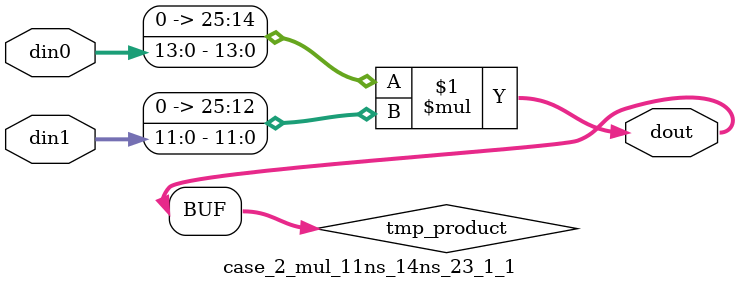
<source format=v>

`timescale 1 ns / 1 ps

 (* use_dsp = "no" *)  module case_2_mul_11ns_14ns_23_1_1(din0, din1, dout);
parameter ID = 1;
parameter NUM_STAGE = 0;
parameter din0_WIDTH = 14;
parameter din1_WIDTH = 12;
parameter dout_WIDTH = 26;

input [din0_WIDTH - 1 : 0] din0; 
input [din1_WIDTH - 1 : 0] din1; 
output [dout_WIDTH - 1 : 0] dout;

wire signed [dout_WIDTH - 1 : 0] tmp_product;
























assign tmp_product = $signed({1'b0, din0}) * $signed({1'b0, din1});











assign dout = tmp_product;





















endmodule

</source>
